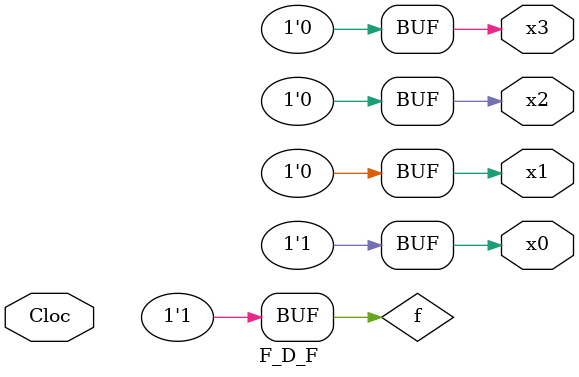
<source format=v>
`timescale 1ns / 1ps

module F_D_F(x3, x2, x1, x0, Cloc);
output x3 = 0, x2 = 0, x1 = 0, x0 = 1;
input Cloc;
reg x3, x2, x1, x0;
wire f;

xor(f,x3,x0);
always @ (posedge Cloc)
begin

    x3 <= f;
    x2<=x3;
    x1<=x2;
    x0<=x1;
end


endmodule

</source>
